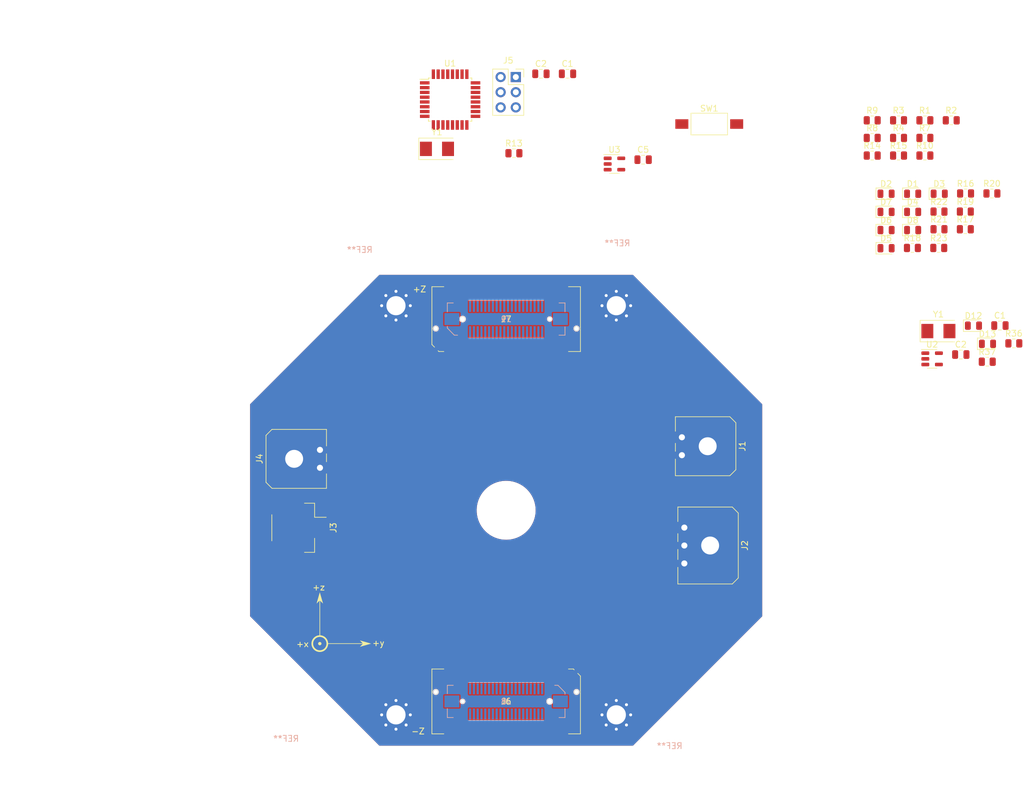
<source format=kicad_pcb>
(kicad_pcb (version 20211014) (generator pcbnew)
  (title_block (title "TARS MK4 Template") (date "2022-12-03") (rev "4.0") (company "Illinois Space Society") (comment 4 "Contributors: Peter Giannetos, Eisha Peyyeti, Danny Guller, Rishi Patel"))
  (layers (0 "F.Cu" signal) (31 "B.Cu" signal) (34 "B.Paste" user) (35 "F.Paste" user) (36 "B.SilkS" user "B.Silkscreen") (37 "F.SilkS" user "F.Silkscreen") (38 "B.Mask" user) (39 "F.Mask" user) (44 "Edge.Cuts" user))
  (net 0 "")
  (net 1 "/B2B_SERVO_PWM_Signal")
  (net 2 "Net-(C5-Pad1)")
  (net 3 "Net-(D1-Pad2)")
  (net 4 "Net-(D2-Pad2)")
  (net 5 "Net-(D3-Pad2)")
  (net 6 "Net-(D4-Pad2)")
  (net 7 "Net-(D5-Pad2)")
  (net 8 "Net-(D6-Pad2)")
  (net 9 "Net-(D7-Pad2)")
  (net 10 "Net-(D8-Pad2)")
  (net 11 "Net-(D12-Pad1)")
  (net 12 "/LED_GREEN")
  (net 13 "Net-(D13-Pad1)")
  (net 14 "/LED_ORANGE")
  (net 15 "Net-(J1-Pad1)")
  (net 16 "/CURRENT_SENSE_N")
  (net 17 "/B2B_UART_TX_PMB")
  (net 18 "/B2B_UART_TX_TELEM")
  (net 19 "/B2B_UART_RX_TELEM")
  (net 20 "/B2B_UART_RX_PMB")
  (net 21 "/TEENSY_GPIO_1")
  (net 22 "/TEENSY_GPIO_2")
  (net 23 "/TEENSY_GPIO_3")
  (net 24 "Net-(C1-Pad1)")
  (net 25 "/3V3")
  (net 26 "/B2B_SPI_SCK")
  (net 27 "/B2B_SPI_MOSI")
  (net 28 "/B2B_I2C_SDA")
  (net 29 "/B2B_I2C_SCL")
  (net 30 "/Teensy_3V3")
  (net 31 "/B2B_SERVO_PWM")
  (net 32 "/B2B_SPI_MISO")
  (net 33 "/RESERVED_1")
  (net 34 "/RESERVED_2")
  (net 35 "/RESERVED_3")
  (net 36 "/5V")
  (net 37 "/RESERVED_4")
  (net 38 "/TEENSY_GPIO_4")
  (net 39 "/TEENSY_GPIO_5")
  (net 49 "Net-(R11-Pad1)")
  (net 50 "Net-(R12-Pad1)")
  (net 51 "/CURRENTSENSE_OUT")
  (net 52 "/CURRENT_SENSE_P")
  (net 53 "/6V")
  (net 54 "GND")
  (net 55 "Net-(C2-Pad1)")
  (net 56 "/AVR_MISO")
  (net 57 "/AVR_SCK")
  (net 58 "/AVR_MOSI")
  (net 59 "/AVR_RST")
  (net 60 "/ATmega_5V")
  (net 61 "/3V3_EN")
  (net 62 "/5V_EN")
  (net 63 "/REG_5V_MONITOR")
  (net 64 "/MCU_5V_MONITOR")
  (net 65 "/6V_EN")
  (net 66 "/VBAT_MONITOR")
  (net 67 "/3V3_MONITOR")
  (net 68 "/6V_MONITOR")
  (footprint "Resistor_SMD:R_0805_2012Metric" (layer "F.Cu") (at 172.46 52.955)
    (fp_text reference "R21" (at 0 -1.65) (layer "F.SilkS"))
    (fp_text value "470")
    (pad "1" smd roundrect locked (at -0.9125 0) (size 1.025 1.4) (layers "F.Cu" "F.Paste" "F.Mask") (roundrect_rratio 0.243902) (net 36 "/5V"))
    (pad "2" smd roundrect locked (at 0.9125 0) (size 1.025 1.4) (layers "F.Cu" "F.Paste" "F.Mask") (roundrect_rratio 0.243902) (net 8 "Net-(D6-Pad2)"))
  )
  (footprint "Capacitor_SMD:C_0805_2012Metric" (layer "F.Cu") (at 182.66 69.08)
    (fp_text reference "C1" (at 0 -1.68) (layer "F.SilkS"))
    (fp_text value "LOAD_C")
    (pad "1" smd roundrect locked (at -0.95 0) (size 1 1.45) (layers "F.Cu" "F.Paste" "F.Mask") (net 24 "Net-(C1-Pad1)"))
    (pad "2" smd roundrect locked (at 0.95 0) (size 1 1.45) (layers "F.Cu" "F.Paste" "F.Mask") (net 54 "GND"))
  )
  (footprint "Connector_PinSocket_2.54mm:PinSocket_2x03_P2.54mm_Vertical" (layer "F.Cu") (at 101.62 27.475)
    (fp_text reference "J5" (at -1.27 -2.77) (layer "F.SilkS"))
    (fp_text value "AVRISP")
    (pad "1" thru_hole rect locked (at 0 0) (size 1.7 1.7) (drill 1) (layers *.Cu *.Mask) (net 56 "/AVR_MISO"))
    (pad "2" thru_hole oval locked (at -2.54 0) (size 1.7 1.7) (drill 1) (layers *.Cu *.Mask) (net 60 "/ATmega_5V"))
    (pad "3" thru_hole oval locked (at 0 2.54) (size 1.7 1.7) (drill 1) (layers *.Cu *.Mask) (net 57 "/AVR_SCK"))
    (pad "4" thru_hole oval locked (at -2.54 2.54) (size 1.7 1.7) (drill 1) (layers *.Cu *.Mask) (net 58 "/AVR_MOSI"))
    (pad "5" thru_hole oval locked (at 0 5.08) (size 1.7 1.7) (drill 1) (layers *.Cu *.Mask) (net 59 "/AVR_RST"))
    (pad "6" thru_hole oval locked (at -2.54 5.08) (size 1.7 1.7) (drill 1) (layers *.Cu *.Mask) (net 54 "GND"))
  )
  (footprint "memes:axes" (layer "F.Cu") (at 72.4 118.72)
    (fp_text reference "G***" hide)
    (fp_text value "LOGO" hide)
  )
  (footprint "Resistor_SMD:R_0805_2012Metric" (layer "F.Cu") (at 101.3 40.23)
    (fp_text reference "R13" (at 0 -1.65) (layer "F.SilkS"))
    (fp_text value "10k")
    (pad "1" smd roundrect locked (at -0.9125 0) (size 1.025 1.4) (layers "F.Cu" "F.Paste" "F.Mask") (roundrect_rratio 0.243902) (net 60 "/ATmega_5V"))
    (pad "2" smd roundrect locked (at 0.9125 0) (size 1.025 1.4) (layers "F.Cu" "F.Paste" "F.Mask") (roundrect_rratio 0.243902) (net 59 "/AVR_RST"))
  )
  (footprint "Capacitor_SMD:C_0805_2012Metric" (layer "F.Cu") (at 122.93 41.31)
    (fp_text reference "C5" (at 0 -1.68) (layer "F.SilkS"))
    (fp_text value "0.1uF")
    (pad "1" smd roundrect locked (at -0.95 0) (size 1 1.45) (layers "F.Cu" "F.Paste" "F.Mask") (net 2 "Net-(C5-Pad1)"))
    (pad "2" smd roundrect locked (at 0.95 0) (size 1 1.45) (layers "F.Cu" "F.Paste" "F.Mask") (net 54 "GND"))
  )
  (footprint "Button_Switch_SMD:SW_SPST_FSMSM" (layer "F.Cu") (at 134 35.34)
    (fp_text reference "SW1" (at 0 -2.6) (layer "F.SilkS"))
    (fp_text value "SW_Push")
    (pad "1" smd rect locked (at -4.59 0) (size 2.18 1.6) (layers "F.Cu" "F.Paste" "F.Mask") (net 59 "/AVR_RST"))
    (pad "2" smd rect locked (at 4.59 0) (size 2.18 1.6) (layers "F.Cu" "F.Paste" "F.Mask") (net 54 "GND"))
  )
  (footprint "Resistor_SMD:R_0805_2012Metric" (layer "F.Cu") (at 184.99 72.06)
    (fp_text reference "R36" (at 0 -1.65) (layer "F.SilkS"))
    (fp_text value "150")
    (pad "1" smd roundrect locked (at -0.9125 0) (size 1.025 1.4) (layers "F.Cu" "F.Paste" "F.Mask") (roundrect_rratio 0.243902) (net 11 "Net-(D12-Pad1)"))
    (pad "2" smd roundrect locked (at 0.9125 0) (size 1.025 1.4) (layers "F.Cu" "F.Paste" "F.Mask") (roundrect_rratio 0.243902) (net 54 "GND"))
  )
  (footprint "Resistor_SMD:R_0805_2012Metric" (layer "F.Cu") (at 174.51 34.72)
    (fp_text reference "R2" (at 0 -1.65) (layer "F.SilkS"))
    (fp_text value "100k")
    (pad "1" smd roundrect locked (at -0.9125 0) (size 1.025 1.4) (layers "F.Cu" "F.Paste" "F.Mask") (roundrect_rratio 0.243902) (net 66 "/VBAT_MONITOR"))
    (pad "2" smd roundrect locked (at 0.9125 0) (size 1.025 1.4) (layers "F.Cu" "F.Paste" "F.Mask") (roundrect_rratio 0.243902) (net 54 "GND"))
  )
  (footprint "LED_SMD:LED_0805_2012Metric" (layer "F.Cu") (at 180.58 72.135)
    (fp_text reference "D13" (at 0 -1.65) (layer "F.SilkS"))
    (fp_text value "ORANGE")
    (pad "1" smd roundrect locked (at -0.9375 0) (size 0.975 1.4) (layers "F.Cu" "F.Paste" "F.Mask") (net 13 "Net-(D13-Pad1)"))
    (pad "2" smd roundrect locked (at 0.9375 0) (size 0.975 1.4) (layers "F.Cu" "F.Paste" "F.Mask") (net 14 "/LED_ORANGE"))
  )
  (footprint "Resistor_SMD:R_0805_2012Metric" (layer "F.Cu") (at 170.1 34.72)
    (fp_text reference "R1" (at 0 -1.65) (layer "F.SilkS"))
    (fp_text value "100k")
    (pad "1" smd roundrect locked (at -0.9125 0) (size 1.025 1.4) (layers "F.Cu" "F.Paste" "F.Mask") (roundrect_rratio 0.243902) (net 16 "/CURRENT_SENSE_N"))
    (pad "2" smd roundrect locked (at 0.9125 0) (size 1.025 1.4) (layers "F.Cu" "F.Paste" "F.Mask") (roundrect_rratio 0.243902) (net 66 "/VBAT_MONITOR"))
  )
  (footprint "Connector_Molex_BTB:Molex_SlimStack_2091680401_2x20_P0.635mm" (layer "F.Cu") (at 100 68 180)
    (fp_text reference "J7" (at 0 0 unlocked) (layer "F.SilkS"))
    (fp_text value "Molex_SlimStack_2091680401_2x20_P0.635mm")
    (fp_circle (center -11.78 -1.58) (end -11.38 -1.58) (layer "Edge.Cuts") (width 0.12) (fill none))
    (fp_circle (center 11.78 -1.58) (end 12.18 -1.58) (layer "Edge.Cuts") (width 0.12) (fill none))
    (pad "1" smd rect locked (at 6.0325 -4.375 270) (size 2.1 0.4) (layers "F.Cu" "F.Paste" "F.Mask") (net 54 "GND"))
    (pad "2" smd rect locked (at 5.3975 -4.375 270) (size 2.1 0.4) (layers "F.Cu" "F.Paste" "F.Mask") (net 54 "GND"))
    (pad "3" smd rect locked (at 4.7625 -4.375 270) (size 2.1 0.4) (layers "F.Cu" "F.Paste" "F.Mask") (net 31 "/B2B_SERVO_PWM"))
    (pad "4" smd rect locked (at 4.1275 -4.375 270) (size 2.1 0.4) (layers "F.Cu" "F.Paste" "F.Mask") (net 54 "GND"))
    (pad "5" smd rect locked (at 3.4925 -4.375 270) (size 2.1 0.4) (layers "F.Cu" "F.Paste" "F.Mask") (net 54 "GND"))
    (pad "6" smd rect locked (at 2.8575 -4.375 270) (size 2.1 0.4) (layers "F.Cu" "F.Paste" "F.Mask") (net 16 "/CURRENT_SENSE_N"))
    (pad "7" smd rect locked (at 2.2225 -4.375 270) (size 2.1 0.4) (layers "F.Cu" "F.Paste" "F.Mask") (net 16 "/CURRENT_SENSE_N"))
    (pad "8" smd rect locked (at 1.5875 -4.375 270) (size 2.1 0.4) (layers "F.Cu" "F.Paste" "F.Mask") (net 54 "GND"))
    (pad "9" smd rect locked (at 0.9525 -4.375 270) (size 2.1 0.4) (layers "F.Cu" "F.Paste" "F.Mask") (net 54 "GND"))
    (pad "10" smd rect locked (at 0.3175 -4.375 270) (size 2.1 0.4) (layers "F.Cu" "F.Paste" "F.Mask") (net 33 "/RESERVED_1"))
    (pad "11" smd rect locked (at -0.3175 -4.375 270) (size 2.1 0.4) (layers "F.Cu" "F.Paste" "F.Mask") (net 54 "GND"))
    (pad "12" smd rect locked (at -0.9525 -4.375 270) (size 2.1 0.4) (layers "F.Cu" "F.Paste" "F.Mask") (net 34 "/RESERVED_2"))
    (pad "13" smd rect locked (at -1.5875 -4.375 270) (size 2.1 0.4) (layers "F.Cu" "F.Paste" "F.Mask") (net 54 "GND"))
    (pad "14" smd rect locked (at -2.2225 -4.375 270) (size 2.1 0.4) (layers "F.Cu" "F.Paste" "F.Mask") (net 35 "/RESERVED_3"))
    (pad "15" smd rect locked (at -2.8575 -4.375 270) (size 2.1 0.4) (layers "F.Cu" "F.Paste" "F.Mask") (net 54 "GND"))
    (pad "16" smd rect locked (at -3.4925 -4.375 270) (size 2.1 0.4) (layers "F.Cu" "F.Paste" "F.Mask") (net 54 "GND"))
    (pad "17" smd rect locked (at -4.1275 -4.375 270) (size 2.1 0.4) (layers "F.Cu" "F.Paste" "F.Mask") (net 17 "/B2B_UART_TX_PMB"))
    (pad "18" smd rect locked (at -4.7625 -4.375 270) (size 2.1 0.4) (layers "F.Cu" "F.Paste" "F.Mask") (net 54 "GND"))
    (pad "19" smd rect locked (at -5.3975 -4.375 270) (size 2.1 0.4) (layers "F.Cu" "F.Paste" "F.Mask") (net 54 "GND"))
    (pad "20" smd rect locked (at -6.0325 -4.375 270) (size 2.1 0.4) (layers "F.Cu" "F.Paste" "F.Mask") (net 20 "/B2B_UART_RX_PMB"))
    (pad "21" smd rect locked (at -6.0325 4.375 270) (size 2.1 0.4) (layers "F.Cu" "F.Paste" "F.Mask") (net 54 "GND"))
    (pad "22" smd rect locked (at -5.3975 4.375 270) (size 2.1 0.4) (layers "F.Cu" "F.Paste" "F.Mask") (net 54 "GND"))
    (pad "23" smd rect locked (at -4.7625 4.375 270) (size 2.1 0.4) (layers "F.Cu" "F.Paste" "F.Mask") (net 54 "GND"))
    (pad "24" smd rect locked (at -4.1275 4.375 270) (size 2.1 0.4) (layers "F.Cu" "F.Paste" "F.Mask") (net 25 "/3V3"))
    (pad "25" smd rect locked (at -3.4925 4.375 270) (size 2.1 0.4) (layers "F.Cu" "F.Paste" "F.Mask") (net 25 "/3V3"))
    (pad "26" smd rect locked (at -2.8575 4.375 270) (size 2.1 0.4) (layers "F.Cu" "F.Paste" "F.Mask") (net 25 "/3V3"))
    (pad "27" smd rect locked (at -2.2225 4.375 270) (size 2.1 0.4) (layers "F.Cu" "F.Paste" "F.Mask") (net 25 "/3V3"))
    (pad "28" smd rect locked (at -1.5875 4.375 270) (size 2.1 0.4) (layers "F.Cu" "F.Paste" "F.Mask") (net 25 "/3V3"))
    (pad "29" smd rect locked (at -0.9525 4.375 270) (size 2.1 0.4) (layers "F.Cu" "F.Paste" "F.Mask") (net 25 "/3V3"))
    (pad "30" smd rect locked (at -0.3175 4.375 270) (size 2.1 0.4) (layers "F.Cu" "F.Paste" "F.Mask") (net 25 "/3V3"))
    (pad "31" smd rect locked (at 0.3175 4.375 270) (size 2.1 0.4) (layers "F.Cu" "F.Paste" "F.Mask") (net 25 "/3V3"))
    (pad "32" smd rect locked (at 0.9525 4.375 270) (size 2.1 0.4) (layers "F.Cu" "F.Paste" "F.Mask") (net 54 "GND"))
    (pad "33" smd rect locked (at 1.5875 4.375 270) (size 2.1 0.4) (layers "F.Cu" "F.Paste" "F.Mask") (net 54 "GND"))
    (pad "34" smd rect locked (at 2.2225 4.375 270) (size 2.1 0.4) (layers "F.Cu" "F.Paste" "F.Mask") (net 54 "GND"))
    (pad "35" smd rect locked (at 2.8575 4.375 270) (size 2.1 0.4) (layers "F.Cu" "F.Paste" "F.Mask") (net 54 "GND"))
    (pad "36" smd rect locked (at 3.4925 4.375 270) (size 2.1 0.4) (layers "F.Cu" "F.Paste" "F.Mask") (net 37 "/RESERVED_4"))
    (pad "37" smd rect locked (at 4.1275 4.375 270) (size 2.1 0.4) (layers "F.Cu" "F.Paste" "F.Mask") (net 54 "GND"))
    (pad "38" smd rect locked (at 4.7625 4.375 270) (size 2.1 0.4) (layers "F.Cu" "F.Paste" "F.Mask") (net 38 "/TEENSY_GPIO_4"))
    (pad "39" smd rect locked (at 5.3975 4.375 270) (size 2.1 0.4) (layers "F.Cu" "F.Paste" "F.Mask") (net 54 "GND"))
    (pad "40" smd rect locked (at 6.0325 4.375 270) (size 2.1 0.4) (layers "F.Cu" "F.Paste" "F.Mask") (net 39 "/TEENSY_GPIO_5"))
    (pad "GND" smd rect locked (at 10.53 4.225 180) (size 2.4 1.8) (layers "F.Cu" "F.Paste" "F.Mask"))
    (pad "GND" smd rect locked (at -10.53 -4.225 180) (size 2.4 1.8) (layers "F.Cu" "F.Paste" "F.Mask"))
    (pad "GND" smd rect locked (at 10.53 -4.225 180) (size 2.4 1.8) (layers "F.Cu" "F.Paste" "F.Mask"))
    (pad "GND" smd rect locked (at -10.53 4.225 180) (size 2.4 1.8) (layers "F.Cu" "F.Paste" "F.Mask"))
  )
  (footprint "Resistor_SMD:R_0805_2012Metric" (layer "F.Cu") (at 168.01 56.085)
    (fp_text reference "R18" (at 0 -1.65) (layer "F.SilkS"))
    (fp_text value "470")
    (pad "1" smd roundrect locked (at -0.9125 0) (size 1.025 1.4) (layers "F.Cu" "F.Paste" "F.Mask") (roundrect_rratio 0.243902) (net 62 "/5V_EN"))
    (pad "2" smd roundrect locked (at 0.9125 0) (size 1.025 1.4) (layers "F.Cu" "F.Paste" "F.Mask") (roundrect_rratio 0.243902) (net 5 "Net-(D3-Pad2)"))
  )
  (footprint "Resistor_SMD:R_0805_2012Metric" (layer "F.Cu") (at 176.91 46.965)
    (fp_text reference "R16" (at 0 -1.65) (layer "F.SilkS"))
    (fp_text value "470")
    (pad "1" smd roundrect locked (at -0.9125 0) (size 1.025 1.4) (layers "F.Cu" "F.Paste" "F.Mask") (roundrect_rratio 0.243902) (net 57 "/AVR_SCK"))
    (pad "2" smd roundrect locked (at 0.9125 0) (size 1.025 1.4) (layers "F.Cu" "F.Paste" "F.Mask") (roundrect_rratio 0.243902) (net 3 "Net-(D1-Pad2)"))
  )
  (footprint "Package_TO_SOT_SMD:SOT-23-5" (layer "F.Cu") (at 118.13 42.03)
    (fp_text reference "U3" (at 0 -2.4) (layer "F.SilkS"))
    (fp_text value "LK112M50TR")
    (pad "1" smd roundrect locked (at -1.1375 -0.95) (size 1.325 0.6) (layers "F.Cu" "F.Paste" "F.Mask") (net 16 "/CURRENT_SENSE_N"))
    (pad "2" smd roundrect locked (at -1.1375 0) (size 1.325 0.6) (layers "F.Cu" "F.Paste" "F.Mask") (net 54 "GND"))
    (pad "3" smd roundrect locked (at -1.1375 0.95) (size 1.325 0.6) (layers "F.Cu" "F.Paste" "F.Mask") (net 2 "Net-(C5-Pad1)"))
    (pad "4" smd roundrect locked (at 1.1375 0.95) (size 1.325 0.6) (layers "F.Cu" "F.Paste" "F.Mask") (net 60 "/ATmega_5V"))
    (pad "5" smd roundrect locked (at 1.1375 -0.95) (size 1.325 0.6) (layers "F.Cu" "F.Paste" "F.Mask") (net 16 "/CURRENT_SENSE_N"))
  )
  (footprint "Resistor_SMD:R_0805_2012Metric" (layer "F.Cu") (at 165.69 40.62)
    (fp_text reference "R15" (at 0 -1.65) (layer "F.SilkS"))
    (fp_text value "100k")
    (pad "1" smd roundrect locked (at -0.9125 0) (size 1.025 1.4) (layers "F.Cu" "F.Paste" "F.Mask") (roundrect_rratio 0.243902) (net 68 "/6V_MONITOR"))
    (pad "2" smd roundrect locked (at 0.9125 0) (size 1.025 1.4) (layers "F.Cu" "F.Paste" "F.Mask") (roundrect_rratio 0.243902) (net 54 "GND"))
  )
  (footprint "LED_SMD:LED_0805_2012Metric" (layer "F.Cu") (at 172.5 47.01)
    (fp_text reference "D3" (at 0 -1.65) (layer "F.SilkS"))
    (fp_text value "LED")
    (pad "1" smd roundrect locked (at -0.9375 0) (size 0.975 1.4) (layers "F.Cu" "F.Paste" "F.Mask") (net 54 "GND"))
    (pad "2" smd roundrect locked (at 0.9375 0) (size 0.975 1.4) (layers "F.Cu" "F.Paste" "F.Mask") (net 5 "Net-(D3-Pad2)"))
  )
  (footprint "LED_SMD:LED_0805_2012Metric" (layer "F.Cu") (at 163.6 53.09)
    (fp_text reference "D6" (at 0 -1.65) (layer "F.SilkS"))
    (fp_text value "LED")
    (pad "1" smd roundrect locked (at -0.9375 0) (size 0.975 1.4) (layers "F.Cu" "F.Paste" "F.Mask") (net 54 "GND"))
    (pad "2" smd roundrect locked (at 0.9375 0) (size 0.975 1.4) (layers "F.Cu" "F.Paste" "F.Mask") (net 8 "Net-(D6-Pad2)"))
  )
  (footprint "Crystal:Crystal_SMD_5032-2Pin_5.0x3.2mm" (layer "F.Cu") (at 88.42 39.5)
    (fp_text reference "Y1" (at 0 -2.8) (layer "F.SilkS"))
    (fp_text value "?Mhz")
    (pad "1" smd rect locked (at -1.85 0) (size 2 2.4) (layers "F.Cu" "F.Paste" "F.Mask") (net 24 "Net-(C1-Pad1)"))
    (pad "2" smd rect locked (at 1.85 0) (size 2 2.4) (layers "F.Cu" "F.Paste" "F.Mask") (net 55 "Net-(C2-Pad1)"))
  )
  (footprint "Resistor_SMD:R_0805_2012Metric" (layer "F.Cu") (at 176.87 50.005)
    (fp_text reference "R19" (at 0 -1.65) (layer "F.SilkS"))
    (fp_text value "470")
    (pad "1" smd roundrect locked (at -0.9125 0) (size 1.025 1.4) (layers "F.Cu" "F.Paste" "F.Mask") (roundrect_rratio 0.243902) (net 65 "/6V_EN"))
    (pad "2" smd roundrect locked (at 0.9125 0) (size 1.025 1.4) (layers "F.Cu" "F.Paste" "F.Mask") (roundrect_rratio 0.243902) (net 6 "Net-(D4-Pad2)"))
  )
  (footprint "Capacitor_SMD:C_0805_2012Metric" (layer "F.Cu") (at 105.82 26.93)
    (fp_text reference "C2" (at 0 -1.68) (layer "F.SilkS"))
    (fp_text value "LOAD_C")
    (pad "1" smd roundrect locked (at -0.95 0) (size 1 1.45) (layers "F.Cu" "F.Paste" "F.Mask") (net 55 "Net-(C2-Pad1)"))
    (pad "2" smd roundrect locked (at 0.95 0) (size 1 1.45) (layers "F.Cu" "F.Paste" "F.Mask") (net 54 "GND"))
  )
  (footprint "Resistor_SMD:R_0805_2012Metric" (layer "F.Cu") (at 172.42 56.085)
    (fp_text reference "R23" (at 0 -1.65) (layer "F.SilkS"))
    (fp_text value "470")
    (pad "1" smd roundrect locked (at -0.9125 0) (size 1.025 1.4) (layers "F.Cu" "F.Paste" "F.Mask") (roundrect_rratio 0.243902) (net 53 "/6V"))
    (pad "2" smd roundrect locked (at 0.9125 0) (size 1.025 1.4) (layers "F.Cu" "F.Paste" "F.Mask") (roundrect_rratio 0.243902) (net 10 "Net-(D8-Pad2)"))
  )
  (footprint "LED_SMD:LED_0805_2012Metric" (layer "F.Cu") (at 168.05 53.09)
    (fp_text reference "D8" (at 0 -1.65) (layer "F.SilkS"))
    (fp_text value "LED")
    (pad "1" smd roundrect locked (at -0.9375 0) (size 0.975 1.4) (layers "F.Cu" "F.Paste" "F.Mask") (net 54 "GND"))
    (pad "2" smd roundrect locked (at 0.9375 0) (size 0.975 1.4) (layers "F.Cu" "F.Paste" "F.Mask") (net 10 "Net-(D8-Pad2)"))
  )
  (footprint "Connector_Molex:Molex_Micro-Fit_3.0_43650-0200_1x02_P3.00mm_Horizontal" (layer "F.Cu") (at 68.83 92.89 90)
    (fp_text reference "J4" (at 1.5 -10.12 90) (layer "F.SilkS"))
    (fp_text value "Molex Micro-Fit 436500200")
    (pad "" np_thru_hole circle locked (at 1.5 -4.32 90) (size 3 3) (drill 3) (layers *.Cu *.Mask))
    (pad "1" thru_hole roundrect locked (at 0 0 90) (size 1.5 2.02) (drill 1.02) (layers *.Cu *.Mask) (roundrect_rratio 0.166667) (net 15 "Net-(J1-Pad1)"))
    (pad "2" thru_hole oval locked (at 3 0 90) (size 1.5 2.02) (drill 1.02) (layers *.Cu *.Mask) (net 54 "GND"))
  )
  (footprint "Package_QFP:TQFP-32_7x7mm_P0.8mm" (layer "F.Cu") (at 90.62 31.25)
    (fp_text reference "U1" (at 0 -6.05) (layer "F.SilkS"))
    (fp_text value "ATmega328P-A")
    (pad "1" smd rect locked (at -4.25 -2.8) (size 1.6 0.55) (layers "F.Cu" "F.Paste" "F.Mask") (net 61 "/3V3_EN"))
    (pad "2" smd rect locked (at -4.25 -2) (size 1.6 0.55) (layers "F.Cu" "F.Paste" "F.Mask") (net 62 "/5V_EN"))
    (pad "3" smd rect locked (at -4.25 -1.2) (size 1.6 0.55) (layers "F.Cu" "F.Paste" "F.Mask") (net 54 "GND"))
    (pad "4" smd rect locked (at -4.25 -0.4) (size 1.6 0.55) (layers "F.Cu" "F.Paste" "F.Mask") (net 60 "/ATmega_5V"))
    (pad "5" smd rect locked (at -4.25 0.4) (size 1.6 0.55) (layers "F.Cu" "F.Paste" "F.Mask") (net 54 "GND"))
    (pad "6" smd rect locked (at -4.25 1.2) (size 1.6 0.55) (layers "F.Cu" "F.Paste" "F.Mask") (net 60 "/ATmega_5V"))
    (pad "7" smd rect locked (at -4.25 2) (size 1.6 0.55) (layers "F.Cu" "F.Paste" "F.Mask") (net 55 "Net-(C2-Pad1)"))
    (pad "8" smd rect locked (at -4.25 2.8) (size 1.6 0.55) (layers "F.Cu" "F.Paste" "F.Mask") (net 24 "Net-(C1-Pad1)"))
    (pad "9" smd rect locked (at -2.8 4.25 90) (size 1.6 0.55) (layers "F.Cu" "F.Paste" "F.Mask") (net 65 "/6V_EN"))
    (pad "10" smd rect locked (at -2 4.25 90) (size 1.6 0.55) (layers "F.Cu" "F.Paste" "F.Mask"))
    (pad "11" smd rect locked (at -1.2 4.25 90) (size 1.6 0.55) (layers "F.Cu" "F.Paste" "F.Mask"))
    (pad "12" smd rect locked (at -0.4 4.25 90) (size 1.6 0.55) (layers "F.Cu" "F.Paste" "F.Mask") (net 12 "/LED_GREEN"))
    (pad "13" smd rect locked (at 0.4 4.25 90) (size 1.6 0.55) (layers "F.Cu" "F.Paste" "F.Mask") (net 14 "/LED_ORANGE"))
    (pad "14" smd rect locked (at 1.2 4.25 90) (size 1.6 0.55) (layers "F.Cu" "F.Paste" "F.Mask"))
    (pad "15" smd rect locked (at 2 4.25 90) (size 1.6 0.55) (layers "F.Cu" "F.Paste" "F.Mask") (net 58 "/AVR_MOSI"))
    (pad "16" smd rect locked (at 2.8 4.25 90) (size 1.6 0.55) (layers "F.Cu" "F.Paste" "F.Mask") (net 56 "/AVR_MISO"))
    (pad "17" smd rect locked (at 4.25 2.8) (size 1.6 0.55) (layers "F.Cu" "F.Paste" "F.Mask") (net 57 "/AVR_SCK"))
    (pad "18" smd rect locked (at 4.25 2) (size 1.6 0.55) (layers "F.Cu" "F.Paste" "F.Mask") (net 60 "/ATmega_5V"))
    (pad "19" smd rect locked (at 4.25 1.2) (size 1.6 0.55) (layers "F.Cu" "F.Paste" "F.Mask"))
    (pad "20" smd rect locked (at 4.25 0.4) (size 1.6 0.55) (layers "F.Cu" "F.Paste" "F.Mask") (net 60 "/ATmega_5V"))
    (pad "21" smd rect locked (at 4.25 -0.4) (size 1.6 0.55) (layers "F.Cu" "F.Paste" "F.Mask") (net 54 "GND"))
    (pad "22" smd rect locked (at 4.25 -1.2) (size 1.6 0.55) (layers "F.Cu" "F.Paste" "F.Mask"))
    (pad "23" smd rect locked (at 4.25 -2) (size 1.6 0.55) (layers "F.Cu" "F.Paste" "F.Mask") (net 66 "/VBAT_MONITOR"))
    (pad "24" smd rect locked (at 4.25 -2.8) (size 1.6 0.55) (layers "F.Cu" "F.Paste" "F.Mask") (net 67 "/3V3_MONITOR"))
    (pad "25" smd rect locked (at 2.8 -4.25 90) (size 1.6 0.55) (layers "F.Cu" "F.Paste" "F.Mask") (net 63 "/REG_5V_MONITOR"))
    (pad "26" smd rect locked (at 2 -4.25 90) (size 1.6 0.55) (layers "F.Cu" "F.Paste" "F.Mask") (net 64 "/MCU_5V_MONITOR"))
    (pad "27" smd rect locked (at 1.2 -4.25 90) (size 1.6 0.55) (layers "F.Cu" "F.Paste" "F.Mask") (net 68 "/6V_MONITOR"))
    (pad "28" smd rect locked (at 0.4 -4.25 90) (size 1.6 0.55) (layers "F.Cu" "F.Paste" "F.Mask"))
    (pad "29" smd rect locked (at -0.4 -4.25 90) (size 1.6 0.55) (layers "F.Cu" "F.Paste" "F.Mask") (net 59 "/AVR_RST"))
    (pad "30" smd rect locked (at -1.2 -4.25 90) (size 1.6 0.55) (layers "F.Cu" "F.Paste" "F.Mask") (net 17 "/B2B_UART_TX_PMB"))
    (pad "31" smd rect locked (at -2 -4.25 90) (size 1.6 0.55) (layers "F.Cu" "F.Paste" "F.Mask") (net 20 "/B2B_UART_RX_PMB"))
    (pad "32" smd rect locked (at -2.8 -4.25 90) (size 1.6 0.55) (layers "F.Cu" "F.Paste" "F.Mask"))
  )
  (footprint "Connector_Molex_BTB:Molex_SlimStack_2091680401_2x20_P0.635mm" (layer "F.Cu") (at 100 132)
    (fp_text reference "J6" (at 0 0 unlocked) (layer "F.SilkS"))
    (fp_text value "Molex_SlimStack_2091680401_2x20_P0.635mm")
    (fp_circle (center 11.78 -1.58) (end 12.18 -1.58) (layer "Edge.Cuts") (width 0.12) (fill none))
    (fp_circle (center -11.78 -1.58) (end -11.38 -1.58) (layer "Edge.Cuts") (width 0.12) (fill none))
    (pad "1" smd rect locked (at 6.0325 -4.375 90) (size 2.1 0.4) (layers "F.Cu" "F.Paste" "F.Mask") (net 54 "GND"))
    (pad "2" smd rect locked (at 5.3975 -4.375 90) (size 2.1 0.4) (layers "F.Cu" "F.Paste" "F.Mask") (net 26 "/B2B_SPI_SCK"))
    (pad "3" smd rect locked (at 4.7625 -4.375 90) (size 2.1 0.4) (layers "F.Cu" "F.Paste" "F.Mask") (net 54 "GND"))
    (pad "4" smd rect locked (at 4.1275 -4.375 90) (size 2.1 0.4) (layers "F.Cu" "F.Paste" "F.Mask") (net 54 "GND"))
    (pad "5" smd rect locked (at 3.4925 -4.375 90) (size 2.1 0.4) (layers "F.Cu" "F.Paste" "F.Mask") (net 27 "/B2B_SPI_MOSI"))
    (pad "6" smd rect locked (at 2.8575 -4.375 90) (size 2.1 0.4) (layers "F.Cu" "F.Paste" "F.Mask") (net 54 "GND"))
    (pad "7" smd rect locked (at 2.2225 -4.375 90) (size 2.1 0.4) (layers "F.Cu" "F.Paste" "F.Mask") (net 54 "GND"))
    (pad "8" smd rect locked (at 1.5875 -4.375 90) (size 2.1 0.4) (layers "F.Cu" "F.Paste" "F.Mask") (net 28 "/B2B_I2C_SDA"))
    (pad "9" smd rect locked (at 0.9525 -4.375 90) (size 2.1 0.4) (layers "F.Cu" "F.Paste" "F.Mask") (net 54 "GND"))
    (pad "10" smd rect locked (at 0.3175 -4.375 90) (size 2.1 0.4) (layers "F.Cu" "F.Paste" "F.Mask") (net 54 "GND"))
    (pad "11" smd rect locked (at -0.3175 -4.375 90) (size 2.1 0.4) (layers "F.Cu" "F.Paste" "F.Mask") (net 29 "/B2B_I2C_SCL"))
    (pad "12" smd rect locked (at -0.9525 -4.375 90) (size 2.1 0.4) (layers "F.Cu" "F.Paste" "F.Mask") (net 54 "GND"))
    (pad "13" smd rect locked (at -1.5875 -4.375 90) (size 2.1 0.4) (layers "F.Cu" "F.Paste" "F.Mask") (net 54 "GND"))
    (pad "14" smd rect locked (at -2.2225 -4.375 90) (size 2.1 0.4) (layers "F.Cu" "F.Paste" "F.Mask") (net 18 "/B2B_UART_TX_TELEM"))
    (pad "15" smd rect locked (at -2.8575 -4.375 90) (size 2.1 0.4) (layers "F.Cu" "F.Paste" "F.Mask") (net 54 "GND"))
    (pad "16" smd rect locked (at -3.4925 -4.375 90) (size 2.1 0.4) (layers "F.Cu" "F.Paste" "F.Mask") (net 54 "GND"))
    (pad "17" smd rect locked (at -4.1275 -4.375 90) (size 2.1 0.4) (layers "F.Cu" "F.Paste" "F.Mask") (net 19 "/B2B_UART_RX_TELEM"))
    (pad "18" smd rect locked (at -4.7625 -4.375 90) (size 2.1 0.4) (layers "F.Cu" "F.Paste" "F.Mask") (net 54 "GND"))
    (pad "19" smd rect locked (at -5.3975 -4.375 90) (size 2.1 0.4) (layers "F.Cu" "F.Paste" "F.Mask") (net 54 "GND"))
    (pad "20" smd rect locked (at -6.0325 -4.375 90) (size 2.1 0.4) (layers "F.Cu" "F.Paste" "F.Mask") (net 32 "/B2B_SPI_MISO"))
    (pad "21" smd rect locked (at -6.0325 4.375 90) (size 2.1 0.4) (layers "F.Cu" "F.Paste" "F.Mask") (net 21 "/TEENSY_GPIO_1"))
    (pad "22" smd rect locked (at -5.3975 4.375 90) (size 2.1 0.4) (layers "F.Cu" "F.Paste" "F.Mask") (net 22 "/TEENSY_GPIO_2"))
    (pad "23" smd rect locked (at -4.7625 4.375 90) (size 2.1 0.4) (layers "F.Cu" "F.Paste" "F.Mask") (net 23 "/TEENSY_GPIO_3"))
    (pad "24" smd rect locked (at -4.1275 4.375 90) (size 2.1 0.4) (layers "F.Cu" "F.Paste" "F.Mask") (net 54 "GND"))
    (pad "25" smd rect locked (at -3.4925 4.375 90) (size 2.1 0.4) (layers "F.Cu" "F.Paste" "F.Mask") (net 54 "GND"))
    (pad "26" smd rect locked (at -2.8575 4.375 90) (size 2.1 0.4) (layers "F.Cu" "F.Paste" "F.Mask") (net 54 "GND"))
    (pad "27" smd rect locked (at -2.2225 4.375 90) (size 2.1 0.4) (layers "F.Cu" "F.Paste" "F.Mask") (net 36 "/5V"))
    (pad "28" smd rect locked (at -1.5875 4.375 90) (size 2.1 0.4) (layers "F.Cu" "F.Paste" "F.Mask") (net 36 "/5V"))
    (pad "29" smd rect locked (at -0.9525 4.375 90) (size 2.1 0.4) (layers "F.Cu" "F.Paste" "F.Mask") (net 36 "/5V"))
    (pad "30" smd rect locked (at -0.3175 4.375 90) (size 2.1 0.4) (layers "F.Cu" "F.Paste" "F.Mask") (net 36 "/5V"))
    (pad "31" smd rect locked (at 0.3175 4.375 90) (size 2.1 0.4) (layers "F.Cu" "F.Paste" "F.Mask") (net 36 "/5V"))
    (pad "32" smd rect locked (at 0.9525 4.375 90) (size 2.1 0.4) (layers "F.Cu" "F.Paste" "F.Mask") (net 36 "/5V"))
    (pad "33" smd rect locked (at 1.5875 4.375 90) (size 2.1 0.4) (layers "F.Cu" "F.Paste" "F.Mask") (net 36 "/5V"))
    (pad "34" smd rect locked (at 2.2225 4.375 90) (size 2.1 0.4) (layers "F.Cu" "F.Paste" "F.Mask") (net 36 "/5V"))
    (pad "35" smd rect locked (at 2.8575 4.375 90) (size 2.1 0.4) (layers "F.Cu" "F.Paste" "F.Mask") (net 54 "GND"))
    (pad "36" smd rect locked (at 3.4925 4.375 90) (size 2.1 0.4) (layers "F.Cu" "F.Paste" "F.Mask") (net 54 "GND"))
    (pad "37" smd rect locked (at 4.1275 4.375 90) (size 2.1 0.4) (layers "F.Cu" "F.Paste" "F.Mask") (net 54 "GND"))
    (pad "38" smd rect locked (at 4.7625 4.375 90) (size 2.1 0.4) (layers "F.Cu" "F.Paste" "F.Mask") (net 30 "/Teensy_3V3"))
    (pad "39" smd rect locked (at 5.3975 4.375 90) (size 2.1 0.4) (layers "F.Cu" "F.Paste" "F.Mask") (net 30 "/Teensy_3V3"))
    (pad "40" smd rect locked (at 6.0325 4.375 90) (size 2.1 0.4) (layers "F.Cu" "F.Paste" "F.Mask") (net 30 "/Teensy_3V3"))
    (pad "GND" smd rect locked (at -10.53 -4.225) (size 2.4 1.8) (layers "F.Cu" "F.Paste" "F.Mask"))
    (pad "GND" smd rect locked (at -10.53 4.225) (size 2.4 1.8) (layers "F.Cu" "F.Paste" "F.Mask"))
    (pad "GND" smd rect locked (at 10.53 4.225) (size 2.4 1.8) (layers "F.Cu" "F.Paste" "F.Mask"))
    (pad "GND" smd rect locked (at 10.53 -4.225) (size 2.4 1.8) (layers "F.Cu" "F.Paste" "F.Mask"))
  )
  (footprint "LED_SMD:LED_0805_2012Metric" (layer "F.Cu") (at 163.6 47.01)
    (fp_text reference "D2" (at 0 -1.65) (layer "F.SilkS"))
    (fp_text value "LED")
    (pad "1" smd roundrect locked (at -0.9375 0) (size 0.975 1.4) (layers "F.Cu" "F.Paste" "F.Mask") (net 54 "GND"))
    (pad "2" smd roundrect locked (at 0.9375 0) (size 0.975 1.4) (layers "F.Cu" "F.Paste" "F.Mask") (net 4 "Net-(D2-Pad2)"))
  )
  (footprint "LED_SMD:LED_0805_2012Metric" (layer "F.Cu") (at 163.6 56.13)
    (fp_text reference "D5" (at 0 -1.65) (layer "F.SilkS"))
    (fp_text value "LED")
    (pad "1" smd roundrect locked (at -0.9375 0) (size 0.975 1.4) (layers "F.Cu" "F.Paste" "F.Mask") (net 54 "GND"))
    (pad "2" smd roundrect locked (at 0.9375 0) (size 0.975 1.4) (layers "F.Cu" "F.Paste" "F.Mask") (net 7 "Net-(D5-Pad2)"))
  )
  (footprint "Capacitor_SMD:C_0805_2012Metric" (layer "F.Cu") (at 176.11 73.93)
    (fp_text reference "C2" (at 0 -1.68) (layer "F.SilkS"))
    (fp_text value "LOAD_C")
    (pad "1" smd roundrect locked (at -0.95 0) (size 1 1.45) (layers "F.Cu" "F.Paste" "F.Mask") (net 55 "Net-(C2-Pad1)"))
    (pad "2" smd roundrect locked (at 0.95 0) (size 1 1.45) (layers "F.Cu" "F.Paste" "F.Mask") (net 54 "GND"))
  )
  (footprint "Resistor_SMD:R_0805_2012Metric" (layer "F.Cu") (at 176.87 52.955)
    (fp_text reference "R17" (at 0 -1.65) (layer "F.SilkS"))
    (fp_text value "470")
    (pad "1" smd roundrect locked (at -0.9125 0) (size 1.025 1.4) (layers "F.Cu" "F.Paste" "F.Mask") (roundrect_rratio 0.243902) (net 61 "/3V3_EN"))
    (pad "2" smd roundrect locked (at 0.9125 0) (size 1.025 1.4) (layers "F.Cu" "F.Paste" "F.Mask") (roundrect_rratio 0.243902) (net 4 "Net-(D2-Pad2)"))
  )
  (footprint "Connector_Molex:Molex_CLIK-Mate_502494-0270_1x02-1MP_P2.00mm_Horizontal" (layer "F.Cu") (at 66.03 102.93 -90)
    (fp_text reference "J3" (at 0 -5.05 90) (layer "F.SilkS"))
    (fp_text value "Molex Micro-Lock 5055780271")
    (pad "1" smd roundrect locked (at -1 -2.5 270) (size 1 2.7) (layers "F.Cu" "F.Paste" "F.Mask") (net 16 "/CURRENT_SENSE_N"))
    (pad "2" smd roundrect locked (at 1 -2.5 270) (size 1 2.7) (layers "F.Cu" "F.Paste" "F.Mask") (net 15 "Net-(J1-Pad1)"))
    (pad "MP" smd roundrect locked (at -3.35 1.95 270) (size 1.8 3.8) (layers "F.Cu" "F.Paste" "F.Mask") (roundrect_rratio 0.138889))
    (pad "MP" smd roundrect locked (at 3.35 1.95 270) (size 1.8 3.8) (layers "F.Cu" "F.Paste" "F.Mask") (roundrect_rratio 0.138889))
  )
  (footprint "Resistor_SMD:R_0805_2012Metric" (layer "F.Cu") (at 165.69 34.72)
    (fp_text reference "R3" (at 0 -1.65) (layer "F.SilkS"))
    (fp_text value "100k")
    (pad "1" smd roundrect locked (at -0.9125 0) (size 1.025 1.4) (layers "F.Cu" "F.Paste" "F.Mask") (roundrect_rratio 0.243902) (net 25 "/3V3"))
    (pad "2" smd roundrect locked (at 0.9125 0) (size 1.025 1.4) (layers "F.Cu" "F.Paste" "F.Mask") (roundrect_rratio 0.243902) (net 67 "/3V3_MONITOR"))
  )
  (footprint "Resistor_SMD:R_0805_2012Metric" (layer "F.Cu") (at 161.28 37.67)
    (fp_text reference "R8" (at 0 -1.65) (layer "F.SilkS"))
    (fp_text value "100k")
    (pad "1" smd roundrect locked (at -0.9125 0) (size 1.025 1.4) (layers "F.Cu" "F.Paste" "F.Mask") (roundrect_rratio 0.243902) (net 63 "/REG_5V_MONITOR"))
    (pad "2" smd roundrect locked (at 0.9125 0) (size 1.025 1.4) (layers "F.Cu" "F.Paste" "F.Mask") (roundrect_rratio 0.243902) (net 54 "GND"))
  )
  (footprint "Capacitor_SMD:C_0805_2012Metric" (layer "F.Cu") (at 110.27 26.93)
    (fp_text reference "C1" (at 0 -1.68) (layer "F.SilkS"))
    (fp_text value "LOAD_C")
    (pad "1" smd roundrect locked (at -0.95 0) (size 1 1.45) (layers "F.Cu" "F.Paste" "F.Mask") (net 24 "Net-(C1-Pad1)"))
    (pad "2" smd roundrect locked (at 0.95 0) (size 1 1.45) (layers "F.Cu" "F.Paste" "F.Mask") (net 54 "GND"))
  )
  (footprint "Resistor_SMD:R_0805_2012Metric" (layer "F.Cu") (at 170.1 40.62)
    (fp_text reference "R10" (at 0 -1.65) (layer "F.SilkS"))
    (fp_text value "100k")
    (pad "1" smd roundrect locked (at -0.9125 0) (size 1.025 1.4) (layers "F.Cu" "F.Paste" "F.Mask") (roundrect_rratio 0.243902) (net 64 "/MCU_5V_MONITOR"))
    (pad "2" smd roundrect locked (at 0.9125 0) (size 1.025 1.4) (layers "F.Cu" "F.Paste" "F.Mask") (roundrect_rratio 0.243902) (net 54 "GND"))
  )
  (footprint "Resistor_SMD:R_0805_2012Metric" (layer "F.Cu") (at 161.28 40.62)
    (fp_text reference "R14" (at 0 -1.65) (layer "F.SilkS"))
    (fp_text value "100k")
    (pad "1" smd roundrect locked (at -0.9125 0) (size 1.025 1.4) (layers "F.Cu" "F.Paste" "F.Mask") (roundrect_rratio 0.243902) (net 53 "/6V"))
    (pad "2" smd roundrect locked (at 0.9125 0) (size 1.025 1.4) (layers "F.Cu" "F.Paste" "F.Mask") (roundrect_rratio 0.243902) (net 68 "/6V_MONITOR"))
  )
  (footprint "Resistor_SMD:R_0805_2012Metric" (layer "F.Cu") (at 172.46 50.005)
    (fp_text reference "R22" (at 0 -1.65) (layer "F.SilkS"))
    (fp_text value "470")
    (pad "1" smd roundrect locked (at -0.9125 0) (size 1.025 1.4) (layers "F.Cu" "F.Paste" "F.Mask") (roundrect_rratio 0.243902) (net 60 "/ATmega_5V"))
    (pad "2" smd roundrect locked (at 0.9125 0) (size 1.025 1.4) (layers "F.Cu" "F.Paste" "F.Mask") (roundrect_rratio 0.243902) (net 9 "Net-(D7-Pad2)"))
  )
  (footprint "Package_TO_SOT_SMD:SOT-23-5" (layer "F.Cu") (at 171.31 74.65)
    (fp_text reference "U2" (at 0 -2.4) (layer "F.SilkS"))
    (fp_text value "LM321")
    (pad "1" smd roundrect locked (at -1.1375 -0.95) (size 1.325 0.6) (layers "F.Cu" "F.Paste" "F.Mask") (net 49 "Net-(R11-Pad1)"))
    (pad "2" smd roundrect locked (at -1.1375 0) (size 1.325 0.6) (layers "F.Cu" "F.Paste" "F.Mask") (net 54 "GND"))
    (pad "3" smd roundrect locked (at -1.1375 0.95) (size 1.325 0.6) (layers "F.Cu" "F.Paste" "F.Mask") (net 50 "Net-(R12-Pad1)"))
    (pad "4" smd roundrect locked (at 1.1375 0.95) (size 1.325 0.6) (layers "F.Cu" "F.Paste" "F.Mask") (net 51 "/CURRENTSENSE_OUT"))
    (pad "5" smd roundrect locked (at 1.1375 -0.95) (size 1.325 0.6) (layers "F.Cu" "F.Paste" "F.Mask") (net 52 "/CURRENT_SENSE_P"))
  )
  (footprint "LED_SMD:LED_0805_2012Metric" (layer "F.Cu") (at 168.05 47.01)
    (fp_text reference "D1" (at 0 -1.65) (layer "F.SilkS"))
    (fp_text value "LED")
    (pad "1" smd roundrect locked (at -0.9375 0) (size 0.975 1.4) (layers "F.Cu" "F.Paste" "F.Mask") (net 54 "GND"))
    (pad "2" smd roundrect locked (at 0.9375 0) (size 0.975 1.4) (layers "F.Cu" "F.Paste" "F.Mask") (net 3 "Net-(D1-Pad2)"))
  )
  (footprint "Resistor_SMD:R_0805_2012Metric" (layer "F.Cu") (at 181.32 46.965)
    (fp_text reference "R20" (at 0 -1.65) (layer "F.SilkS"))
    (fp_text value "470")
    (pad "1" smd roundrect locked (at -0.9125 0) (size 1.025 1.4) (layers "F.Cu" "F.Paste" "F.Mask") (roundrect_rratio 0.243902) (net 25 "/3V3"))
    (pad "2" smd roundrect locked (at 0.9125 0) (size 1.025 1.4) (layers "F.Cu" "F.Paste" "F.Mask") (roundrect_rratio 0.243902) (net 7 "Net-(D5-Pad2)"))
  )
  (footprint "Connector_Molex:Molex_Micro-Fit_3.0_43650-0300_1x03_P3.00mm_Horizontal" (layer "F.Cu") (at 129.83 102.9 -90)
    (fp_text reference "J2" (at 3 -10.12 90) (layer "F.SilkS"))
    (fp_text value "Molex Micro-Fit 436500300")
    (pad "" np_thru_hole circle locked (at 3 -4.32 270) (size 3 3) (drill 3) (layers *.Cu *.Mask))
    (pad "1" thru_hole roundrect locked (at 0 0 270) (size 1.5 2.02) (drill 1.02) (layers *.Cu *.Mask) (roundrect_rratio 0.166667) (net 53 "/6V"))
    (pad "2" thru_hole oval locked (at 3 0 270) (size 1.5 2.02) (drill 1.02) (layers *.Cu *.Mask) (net 1 "/B2B_SERVO_PWM_Signal"))
    (pad "3" thru_hole oval locked (at 6 0 270) (size 1.5 2.02) (drill 1.02) (layers *.Cu *.Mask) (net 54 "GND"))
  )
  (footprint "Resistor_SMD:R_0805_2012Metric" (layer "F.Cu") (at 161.28 34.72)
    (fp_text reference "R9" (at 0 -1.65) (layer "F.SilkS"))
    (fp_text value "100k")
    (pad "1" smd roundrect locked (at -0.9125 0) (size 1.025 1.4) (layers "F.Cu" "F.Paste" "F.Mask") (roundrect_rratio 0.243902) (net 60 "/ATmega_5V"))
    (pad "2" smd roundrect locked (at 0.9125 0) (size 1.025 1.4) (layers "F.Cu" "F.Paste" "F.Mask") (roundrect_rratio 0.243902) (net 64 "/MCU_5V_MONITOR"))
  )
  (footprint "LED_SMD:LED_0805_2012Metric" (layer "F.Cu") (at 168.05 50.05)
    (fp_text reference "D4" (at 0 -1.65) (layer "F.SilkS"))
    (fp_text value "LED")
    (pad "1" smd roundrect locked (at -0.9375 0) (size 0.975 1.4) (layers "F.Cu" "F.Paste" "F.Mask") (net 54 "GND"))
    (pad "2" smd roundrect locked (at 0.9375 0) (size 0.975 1.4) (layers "F.Cu" "F.Paste" "F.Mask") (net 6 "Net-(D4-Pad2)"))
  )
  (footprint "Connector_Molex:Molex_Micro-Fit_3.0_43650-0200_1x02_P3.00mm_Horizontal" (layer "F.Cu") (at 129.42 87.78 -90)
    (fp_text reference "J1" (at 1.5 -10.12 90) (layer "F.SilkS"))
    (fp_text value "Molex Micro-Fit 436500200")
    (pad "" np_thru_hole circle locked (at 1.5 -4.32 270) (size 3 3) (drill 3) (layers *.Cu *.Mask))
    (pad "1" thru_hole roundrect locked (at 0 0 270) (size 1.5 2.02) (drill 1.02) (layers *.Cu *.Mask) (roundrect_rratio 0.166667) (net 15 "Net-(J1-Pad1)"))
    (pad "2" thru_hole oval locked (at 3 0 270) (size 1.5 2.02) (drill 1.02) (layers *.Cu *.Mask) (net 54 "GND"))
  )
  (footprint "Resistor_SMD:R_0805_2012Metric" (layer "F.Cu") (at 170.1 37.67)
    (fp_text reference "R7" (at 0 -1.65) (layer "F.SilkS"))
    (fp_text value "100k")
    (pad "1" smd roundrect locked (at -0.9125 0) (size 1.025 1.4) (layers "F.Cu" "F.Paste" "F.Mask") (roundrect_rratio 0.243902) (net 36 "/5V"))
    (pad "2" smd roundrect locked (at 0.9125 0) (size 1.025 1.4) (layers "F.Cu" "F.Paste" "F.Mask") (roundrect_rratio 0.243902) (net 63 "/REG_5V_MONITOR"))
  )
  (footprint "Crystal:Crystal_SMD_5032-2Pin_5.0x3.2mm" (layer "F.Cu") (at 172.36 70)
    (fp_text reference "Y1" (at 0 -2.8) (layer "F.SilkS"))
    (fp_text value "8Mhz")
    (pad "1" smd rect locked (at -1.85 0) (size 2 2.4) (layers "F.Cu" "F.Paste" "F.Mask") (net 24 "Net-(C1-Pad1)"))
    (pad "2" smd rect locked (at 1.85 0) (size 2 2.4) (layers "F.Cu" "F.Paste" "F.Mask") (net 55 "Net-(C2-Pad1)"))
  )
  (footprint "Resistor_SMD:R_0805_2012Metric" (layer "F.Cu") (at 165.69 37.67)
    (fp_text reference "R4" (at 0 -1.65) (layer "F.SilkS"))
    (fp_text value "100k")
    (pad "1" smd roundrect locked (at -0.9125 0) (size 1.025 1.4) (layers "F.Cu" "F.Paste" "F.Mask") (roundrect_rratio 0.243902) (net 67 "/3V3_MONITOR"))
    (pad "2" smd roundrect locked (at 0.9125 0) (size 1.025 1.4) (layers "F.Cu" "F.Paste" "F.Mask") (roundrect_rratio 0.243902) (net 54 "GND"))
  )
  (footprint "LED_SMD:LED_0805_2012Metric" (layer "F.Cu") (at 178.23 69.095)
    (fp_text reference "D12" (at 0 -1.65) (layer "F.SilkS"))
    (fp_text value "GREEN")
    (pad "1" smd roundrect locked (at -0.9375 0) (size 0.975 1.4) (layers "F.Cu" "F.Paste" "F.Mask") (net 11 "Net-(D12-Pad1)"))
    (pad "2" smd roundrect locked (at 0.9375 0) (size 0.975 1.4) (layers "F.Cu" "F.Paste" "F.Mask") (net 12 "/LED_GREEN"))
  )
  (footprint "LED_SMD:LED_0805_2012Metric" (layer "F.Cu") (at 163.6 50.05)
    (fp_text reference "D7" (at 0 -1.65) (layer "F.SilkS"))
    (fp_text value "LED")
    (pad "1" smd roundrect locked (at -0.9375 0) (size 0.975 1.4) (layers "F.Cu" "F.Paste" "F.Mask") (net 54 "GND"))
    (pad "2" smd roundrect locked (at 0.9375 0) (size 0.975 1.4) (layers "F.Cu" "F.Paste" "F.Mask") (net 9 "Net-(D7-Pad2)"))
  )
  (footprint "Resistor_SMD:R_0805_2012Metric" (layer "F.Cu") (at 180.54 75.13)
    (fp_text reference "R37" (at 0 -1.65) (layer "F.SilkS"))
    (fp_text value "150")
    (pad "1" smd roundrect locked (at -0.9125 0) (size 1.025 1.4) (layers "F.Cu" "F.Paste" "F.Mask") (roundrect_rratio 0.243902) (net 13 "Net-(D13-Pad1)"))
    (pad "2" smd roundrect locked (at 0.9125 0) (size 1.025 1.4) (layers "F.Cu" "F.Paste" "F.Mask") (roundrect_rratio 0.243902) (net 54 "GND"))
  )
  (footprint "MountingHole:MountingHole_3.2mm_M3_Pad_Via" (layer "B.Cu") (at 118.442536 134.247282 180)
    (fp_text reference "REF**" (at -8.927464 -5.202718) (layer "B.SilkS") (effects (justify mirror)))
    (fp_text value "MountingHole_3.2mm_M3_Pad_Via")
    (pad "1" thru_hole circle locked (at -2.4 0 180) (size 0.8 0.8) (drill 0.5) (layers *.Cu *.Mask))
    (pad "1" thru_hole circle locked (at -1.697056 1.697056 180) (size 0.8 0.8) (drill 0.5) (layers *.Cu *.Mask))
    (pad "1" thru_hole circle locked (at 1.697056 1.697056 180) (size 0.8 0.8) (drill 0.5) (layers *.Cu *.Mask))
    (pad "1" thru_hole circle locked (at 1.697056 -1.697056 180) (size 0.8 0.8) (drill 0.5) (layers *.Cu *.Mask))
    (pad "1" thru_hole circle locked (at -1.697056 -1.697056 180) (size 0.8 0.8) (drill 0.5) (layers *.Cu *.Mask))
    (pad "1" thru_hole circle locked (at 0 2.4 180) (size 0.8 0.8) (drill 0.5) (layers *.Cu *.Mask))
    (pad "1" thru_hole circle locked (at 0 -2.4 180) (size 0.8 0.8) (drill 0.5) (layers *.Cu *.Mask))
    (pad "1" thru_hole circle locked (at 2.4 0 180) (size 0.8 0.8) (drill 0.5) (layers *.Cu *.Mask))
    (pad "1" thru_hole circle locked (at 0 0 180) (size 6.4 6.4) (drill 3.2) (layers *.Cu *.Mask))
  )
  (footprint "MountingHole:MountingHole_3.2mm_M3_Pad_Via" (layer "B.Cu") (at 81.557464 134.247282 180)
    (fp_text reference "REF**" (at 18.397464 -3.982718) (layer "B.SilkS") (effects (justify mirror)))
    (fp_text value "MountingHole_3.2mm_M3_Pad_Via")
    (pad "1" thru_hole circle locked (at -1.697056 -1.697056 180) (size 0.8 0.8) (drill 0.5) (layers *.Cu *.Mask))
    (pad "1" thru_hole circle locked (at -1.697056 1.697056 180) (size 0.8 0.8) (drill 0.5) (layers *.Cu *.Mask))
    (pad "1" thru_hole circle locked (at 2.4 0 180) (size 0.8 0.8) (drill 0.5) (layers *.Cu *.Mask))
    (pad "1" thru_hole circle locked (at 0 -2.4 180) (size 0.8 0.8) (drill 0.5) (layers *.Cu *.Mask))
    (pad "1" thru_hole circle locked (at 1.697056 -1.697056 180) (size 0.8 0.8) (drill 0.5) (layers *.Cu *.Mask))
    (pad "1" thru_hole circle locked (at 0 0 180) (size 6.4 6.4) (drill 3.2) (layers *.Cu *.Mask))
    (pad "1" thru_hole circle locked (at 1.697056 1.697056 180) (size 0.8 0.8) (drill 0.5) (layers *.Cu *.Mask))
    (pad "1" thru_hole circle locked (at -2.4 0 180) (size 0.8 0.8) (drill 0.5) (layers *.Cu *.Mask))
    (pad "1" thru_hole circle locked (at 0 2.4 180) (size 0.8 0.8) (drill 0.5) (layers *.Cu *.Mask))
  )
  (footprint "Connector_Molex_BTB:Molex_SlimStack_Plug_2x20_P0.365mm" (layer "B.Cu") (at 100 67.99)
    (fp_text reference "J9" (at 0 0 unlocked) (layer "B.SilkS") (effects (justify mirror)))
    (fp_text value "Molex_SlimStack_Plug_2x20_P0.365mm")
    (fp_circle (center -7.285 0) (end -6.835 0) (layer "Edge.Cuts") (width 0.1) (fill none))
    (fp_circle (center 7.285 0) (end 7.635 0) (layer "Edge.Cuts") (width 0.1) (fill none))
    (pad "1" smd rect locked (at -6.0325 2.1) (size 0.35 1.8) (layers "B.Cu" "B.Paste" "B.Mask") (net 54 "GND"))
    (pad "2" smd rect locked (at -5.3975 2.1) (size 0.35 1.8) (layers "B.Cu" "B.Paste" "B.Mask") (net 54 "GND"))
    (pad "3" smd rect locked (at -4.7625 2.1) (size 0.35 1.8) (layers "B.Cu" "B.Paste" "B.Mask") (net 31 "/B2B_SERVO_PWM"))
    (pad "4" smd rect locked (at -4.1275 2.1) (size 0.35 1.8) (layers "B.Cu" "B.Paste" "B.Mask") (net 54 "GND"))
    (pad "5" smd rect locked (at -3.4925 2.1) (size 0.35 1.8) (layers "B.Cu" "B.Paste" "B.Mask") (net 54 "GND"))
    (pad "6" smd rect locked (at -2.8575 2.1) (size 0.35 1.8) (layers "B.Cu" "B.Paste" "B.Mask") (net 16 "/CURRENT_SENSE_N"))
    (pad "7" smd rect locked (at -2.2225 2.1) (size 0.35 1.8) (layers "B.Cu" "B.Paste" "B.Mask") (net 16 "/CURRENT_SENSE_N"))
    (pad "8" smd rect locked (at -1.5875 2.1) (size 0.35 1.8) (layers "B.Cu" "B.Paste" "B.Mask") (net 54 "GND"))
    (pad "9" smd rect locked (at -0.9525 2.1) (size 0.35 1.8) (layers "B.Cu" "B.Paste" "B.Mask") (net 54 "GND"))
    (pad "10" smd rect locked (at -0.3175 2.1) (size 0.35 1.8) (layers "B.Cu" "B.Paste" "B.Mask") (net 33 "/RESERVED_1"))
    (pad "11" smd rect locked (at 0.3175 2.1) (size 0.35 1.8) (layers "B.Cu" "B.Paste" "B.Mask") (net 54 "GND"))
    (pad "12" smd rect locked (at 0.9525 2.1) (size 0.35 1.8) (layers "B.Cu" "B.Paste" "B.Mask") (net 34 "/RESERVED_2"))
    (pad "13" smd rect locked (at 1.5875 2.1) (size 0.35 1.8) (layers "B.Cu" "B.Paste" "B.Mask") (net 54 "GND"))
    (pad "14" smd rect locked (at 2.2225 2.1) (size 0.35 1.8) (layers "B.Cu" "B.Paste" "B.Mask") (net 35 "/RESERVED_3"))
    (pad "15" smd rect locked (at 2.8575 2.1) (size 0.35 1.8) (layers "B.Cu" "B.Paste" "B.Mask") (net 54 "GND"))
    (pad "16" smd rect locked (at 3.4925 2.1) (size 0.35 1.8) (layers "B.Cu" "B.Paste" "B.Mask") (net 54 "GND"))
    (pad "17" smd rect locked (at 4.1275 2.1) (size 0.35 1.8) (layers "B.Cu" "B.Paste" "B.Mask") (net 17 "/B2B_UART_TX_PMB"))
    (pad "18" smd rect locked (at 4.7625 2.1) (size 0.35 1.8) (layers "B.Cu" "B.Paste" "B.Mask") (net 54 "GND"))
    (pad "19" smd rect locked (at 5.3975 2.1) (size 0.35 1.8) (layers "B.Cu" "B.Paste" "B.Mask") (net 54 "GND"))
    (pad "20" smd rect locked (at 6.0325 2.1) (size 0.35 1.8) (layers "B.Cu" "B.Paste" "B.Mask") (net 20 "/B2B_UART_RX_PMB"))
    (pad "21" smd rect locked (at 6.0325 -2.1) (size 0.35 1.8) (layers "B.Cu" "B.Paste" "B.Mask") (net 54 "GND"))
    (pad "22" smd rect locked (at 5.3975 -2.1) (size 0.35 1.8) (layers "B.Cu" "B.Paste" "B.Mask") (net 54 "GND"))
    (pad "23" smd rect locked (at 4.7625 -2.1) (size 0.35 1.8) (layers "B.Cu" "B.Paste" "B.Mask") (net 54 "GND"))
    (pad "24" smd rect locked (at 4.1275 -2.1) (size 0.35 1.8) (layers "B.Cu" "B.Paste" "B.Mask") (net 25 "/3V3"))
    (pad "25" smd rect locked (at 3.4925 -2.1) (size 0.35 1.8) (layers "B.Cu" "B.Paste" "B.Mask") (net 25 "/3V3"))
    (pad "26" smd rect locked (at 2.8575 -2.1) (size 0.35 1.8) (layers "B.Cu" "B.Paste" "B.Mask") (net 25 "/3V3"))
    (pad "27" smd rect locked (at 2.2225 -2.1) (size 0.35 1.8) (layers "B.Cu" "B.Paste" "B.Mask") (net 25 "/3V3"))
    (pad "28" smd rect locked (at 1.5875 -2.1) (size 0.35 1.8) (layers "B.Cu" "B.Paste" "B.Mask") (net 25 "/3V3"))
    (pad "29" smd rect locked (at 0.9525 -2.1) (size 0.35 1.8) (layers "B.Cu" "B.Paste" "B.Mask") (net 25 "/3V3"))
    (pad "30" smd rect locked (at 0.3175 -2.1) (size 0.35 1.8) (layers "B.Cu" "B.Paste" "B.Mask") (net 25 "/3V3"))
    (pad "31" smd rect locked (at -0.3175 -2.1) (size 0.35 1.8) (layers "B.Cu" "B.Paste" "B.Mask") (net 25 "/3V3"))
    (pad "32" smd rect locked (at -0.9525 -2.1) (size 0.35 1.8) (layers "B.Cu" "B.Paste" "B.Mask") (net 54 "GND"))
    (pad "33" smd rect locked (at -1.5875 -2.1) (size 0.35 1.8) (layers "B.Cu" "B.Paste" "B.Mask") (net 54 "GND"))
    (pad "34" smd rect locked (at -2.2225 -2.1) (size 0.35 1.8) (layers "B.Cu" "B.Paste" "B.Mask") (net 54 "GND"))
    (pad "35" smd rect locked (at -2.8575 -2.1) (size 0.35 1.8) (layers "B.Cu" "B.Paste" "B.Mask") (net 54 "GND"))
    (pad "36" smd rect locked (at -3.4925 -2.1) (size 0.35 1.8) (layers "B.Cu" "B.Paste" "B.Mask") (net 37 "/RESERVED_4"))
    (pad "37" smd rect locked (at -4.1275 -2.1) (size 0.35 1.8) (layers "B.Cu" "B.Paste" "B.Mask") (net 54 "GND"))
    (pad "38" smd rect locked (at -4.7625 -2.1) (size 0.35 1.8) (layers "B.Cu" "B.Paste" "B.Mask") (net 38 "/TEENSY_GPIO_4"))
    (pad "39" smd rect locked (at -5.3975 -2.1) (size 0.35 1.8) (layers "B.Cu" "B.Paste" "B.Mask") (net 54 "GND"))
    (pad "40" smd rect locked (at -6.0325 -2.1) (size 0.35 1.8) (layers "B.Cu" "B.Paste" "B.Mask") (net 39 "/TEENSY_GPIO_5"))
    (pad "GND" smd rect locked (at 9.085 0) (size 2.5 2) (layers "B.Cu" "B.Paste" "B.Mask"))
    (pad "GND" smd rect locked (at -9.085 0) (size 2.5 2) (layers "B.Cu" "B.Paste" "B.Mask"))
  )
  (footprint "MountingHole:MountingHole_3.2mm_M3_Pad_Via" (layer "B.Cu") (at 81.557464 65.752718 180)
    (fp_text reference "REF**" (at 6.067464 9.362718) (layer "B.SilkS") (effects (justify mirror)))
    (fp_text value "MountingHole_3.2mm_M3_Pad_Via")
    (pad "1" thru_hole circle locked (at 0 0 180) (size 6.4 6.4) (drill 3.2) (layers *.Cu *.Mask))
    (pad "1" thru_hole circle locked (at 1.697056 -1.697056 180) (size 0.8 0.8) (drill 0.5) (layers *.Cu *.Mask))
    (pad "1" thru_hole circle locked (at -1.697056 1.697056 180) (size 0.8 0.8) (drill 0.5) (layers *.Cu *.Mask))
    (pad "1" thru_hole circle locked (at 2.4 0 180) (size 0.8 0.8) (drill 0.5) (layers *.Cu *.Mask))
    (pad "1" thru_hole circle locked (at -2.4 0 180) (size 0.8 0.8) (drill 0.5) (layers *.Cu *.Mask))
    (pad "1" thru_hole circle locked (at 0 -2.4 180) (size 0.8 0.8) (drill 0.5) (layers *.Cu *.Mask))
    (pad "1" thru_hole circle locked (at 1.697056 1.697056 180) (size 0.8 0.8) (drill 0.5) (layers *.Cu *.Mask))
    (pad "1" thru_hole circle locked (at -1.697056 -1.697056 180) (size 0.8 0.8) (drill 0.5) (layers *.Cu *.Mask))
    (pad "1" thru_hole circle locked (at 0 2.4 180) (size 0.8 0.8) (drill 0.5) (layers *.Cu *.Mask))
  )
  (footprint "MountingHole:MountingHole_3.2mm_M3_Pad_Via" (layer "B.Cu") (at 118.442536 65.752718 180)
    (fp_text reference "REF**" (at -0.177464 10.472718) (layer "B.SilkS") (effects (justify mirror)))
    (fp_text value "MountingHole_3.2mm_M3_Pad_Via")
    (pad "1" thru_hole circle locked (at -2.4 0 180) (size 0.8 0.8) (drill 0.5) (layers *.Cu *.Mask))
    (pad "1" thru_hole circle locked (at -1.697056 -1.697056 180) (size 0.8 0.8) (drill 0.5) (layers *.Cu *.Mask))
    (pad "1" thru_hole circle locked (at 1.697056 1.697056 180) (size 0.8 0.8) (drill 0.5) (layers *.Cu *.Mask))
    (pad "1" thru_hole circle locked (at 0 -2.4 180) (size 0.8 0.8) (drill 0.5) (layers *.Cu *.Mask))
    (pad "1" thru_hole circle locked (at 2.4 0 180) (size 0.8 0.8) (drill 0.5) (layers *.Cu *.Mask))
    (pad "1" thru_hole circle locked (at 1.697056 -1.697056 180) (size 0.8 0.8) (drill 0.5) (layers *.Cu *.Mask))
    (pad "1" thru_hole circle locked (at 0 2.4 180) (size 0.8 0.8) (drill 0.5) (layers *.Cu *.Mask))
    (pad "1" thru_hole circle locked (at 0 0 180) (size 6.4 6.4) (drill 3.2) (layers *.Cu *.Mask))
    (pad "1" thru_hole circle locked (at -1.697056 1.697056 180) (size 0.8 0.8) (drill 0.5) (layers *.Cu *.Mask))
  )
  (footprint "Connector_Molex_BTB:Molex_SlimStack_Plug_2x20_P0.365mm" (layer "B.Cu") (at 100 132 180)
    (fp_text reference "J8" (at 0 0 unlocked) (layer "B.SilkS") (effects (justify mirror)))
    (fp_text value "Molex_SlimStack_Plug_2x20_P0.365mm")
    (fp_circle (center -7.285 0) (end -6.835 0) (layer "Edge.Cuts") (width 0.1) (fill none))
    (fp_circle (center 7.285 0) (end 7.635 0) (layer "Edge.Cuts") (width 0.1) (fill none))
    (pad "1" smd rect locked (at -6.0325 2.1 180) (size 0.35 1.8) (layers "B.Cu" "B.Paste" "B.Mask") (net 54 "GND"))
    (pad "2" smd rect locked (at -5.3975 2.1 180) (size 0.35 1.8) (layers "B.Cu" "B.Paste" "B.Mask") (net 26 "/B2B_SPI_SCK"))
    (pad "3" smd rect locked (at -4.7625 2.1 180) (size 0.35 1.8) (layers "B.Cu" "B.Paste" "B.Mask") (net 54 "GND"))
    (pad "4" smd rect locked (at -4.1275 2.1 180) (size 0.35 1.8) (layers "B.Cu" "B.Paste" "B.Mask") (net 54 "GND"))
    (pad "5" smd rect locked (at -3.4925 2.1 180) (size 0.35 1.8) (layers "B.Cu" "B.Paste" "B.Mask") (net 27 "/B2B_SPI_MOSI"))
    (pad "6" smd rect locked (at -2.8575 2.1 180) (size 0.35 1.8) (layers "B.Cu" "B.Paste" "B.Mask") (net 54 "GND"))
    (pad "7" smd rect locked (at -2.2225 2.1 180) (size 0.35 1.8) (layers "B.Cu" "B.Paste" "B.Mask") (net 54 "GND"))
    (pad "8" smd rect locked (at -1.5875 2.1 180) (size 0.35 1.8) (layers "B.Cu" "B.Paste" "B.Mask") (net 28 "/B2B_I2C_SDA"))
    (pad "9" smd rect locked (at -0.9525 2.1 180) (size 0.35 1.8) (layers "B.Cu" "B.Paste" "B.Mask") (net 54 "GND"))
    (pad "10" smd rect locked (at -0.3175 2.1 180) (size 0.35 1.8) (layers "B.Cu" "B.Paste" "B.Mask") (net 54 "GND"))
    (pad "11" smd rect locked (at 0.3175 2.1 180) (size 0.35 1.8) (layers "B.Cu" "B.Paste" "B.Mask") (net 29 "/B2B_I2C_SCL"))
    (pad "12" smd rect locked (at 0.9525 2.1 180) (size 0.35 1.8) (layers "B.Cu" "B.Paste" "B.Mask") (net 54 "GND"))
    (pad "13" smd rect locked (at 1.5875 2.1 180) (size 0.35 1.8) (layers "B.Cu" "B.Paste" "B.Mask") (net 54 "GND"))
    (pad "14" smd rect locked (at 2.2225 2.1 180) (size 0.35 1.8) (layers "B.Cu" "B.Paste" "B.Mask"))
    (pad "15" smd rect locked (at 2.8575 2.1 180) (size 0.35 1.8) (layers "B.Cu" "B.Paste" "B.Mask") (net 54 "GND"))
    (pad "16" smd rect locked (at 3.4925 2.1 180) (size 0.35 1.8) (layers "B.Cu" "B.Paste" "B.Mask") (net 54 "GND"))
    (pad "17" smd rect locked (at 4.1275 2.1 180) (size 0.35 1.8) (layers "B.Cu" "B.Paste" "B.Mask"))
    (pad "18" smd rect locked (at 4.7625 2.1 180) (size 0.35 1.8) (layers "B.Cu" "B.Paste" "B.Mask") (net 54 "GND"))
    (pad "19" smd rect locked (at 5.3975 2.1 180) (size 0.35 1.8) (layers "B.Cu" "B.Paste" "B.Mask") (net 54 "GND"))
    (pad "20" smd rect locked (at 6.0325 2.1 180) (size 0.35 1.8) (layers "B.Cu" "B.Paste" "B.Mask") (net 32 "/B2B_SPI_MISO"))
    (pad "21" smd rect locked (at 6.0325 -2.1 180) (size 0.35 1.8) (layers "B.Cu" "B.Paste" "B.Mask") (net 21 "/TEENSY_GPIO_1"))
    (pad "22" smd rect locked (at 5.3975 -2.1 180) (size 0.35 1.8) (layers "B.Cu" "B.Paste" "B.Mask") (net 22 "/TEENSY_GPIO_2"))
    (pad "23" smd rect locked (at 4.7625 -2.1 180) (size 0.35 1.8) (layers "B.Cu" "B.Paste" "B.Mask") (net 23 "/TEENSY_GPIO_3"))
    (pad "24" smd rect locked (at 4.1275 -2.1 180) (size 0.35 1.8) (layers "B.Cu" "B.Paste" "B.Mask") (net 54 "GND"))
    (pad "25" smd rect locked (at 3.4925 -2.1 180) (size 0.35 1.8) (layers "B.Cu" "B.Paste" "B.Mask") (net 54 "GND"))
    (pad "26" smd rect locked (at 2.8575 -2.1 180) (size 0.35 1.8) (layers "B.Cu" "B.Paste" "B.Mask") (net 54 "GND"))
    (pad "27" smd rect locked (at 2.2225 -2.1 180) (size 0.35 1.8) (layers "B.Cu" "B.Paste" "B.Mask") (net 36 "/5V"))
    (pad "28" smd rect locked (at 1.5875 -2.1 180) (size 0.35 1.8) (layers "B.Cu" "B.Paste" "B.Mask") (net 36 "/5V"))
    (pad "29" smd rect locked (at 0.9525 -2.1 180) (size 0.35 1.8) (layers "B.Cu" "B.Paste" "B.Mask") (net 36 "/5V"))
    (pad "30" smd rect locked (at 0.3175 -2.1 180) (size 0.35 1.8) (layers "B.Cu" "B.Paste" "B.Mask") (net 36 "/5V"))
    (pad "31" smd rect locked (at -0.3175 -2.1 180) (size 0.35 1.8) (layers "B.Cu" "B.Paste" "B.Mask") (net 36 "/5V"))
    (pad "32" smd rect locked (at -0.9525 -2.1 180) (size 0.35 1.8) (layers "B.Cu" "B.Paste" "B.Mask") (net 36 "/5V"))
    (pad "33" smd rect locked (at -1.5875 -2.1 180) (size 0.35 1.8) (layers "B.Cu" "B.Paste" "B.Mask") (net 36 "/5V"))
    (pad "34" smd rect locked (at -2.2225 -2.1 180) (size 0.35 1.8) (layers "B.Cu" "B.Paste" "B.Mask") (net 36 "/5V"))
    (pad "35" smd rect locked (at -2.8575 -2.1 180) (size 0.35 1.8) (layers "B.Cu" "B.Paste" "B.Mask") (net 54 "GND"))
    (pad "36" smd rect locked (at -3.4925 -2.1 180) (size 0.35 1.8) (layers "B.Cu" "B.Paste" "B.Mask") (net 54 "GND"))
    (pad "37" smd rect locked (at -4.1275 -2.1 180) (size 0.35 1.8) (layers "B.Cu" "B.Paste" "B.Mask") (net 54 "GND"))
    (pad "38" smd rect locked (at -4.7625 -2.1 180) (size 0.35 1.8) (layers "B.Cu" "B.Paste" "B.Mask") (net 30 "/Teensy_3V3"))
    (pad "39" smd rect locked (at -5.3975 -2.1 180) (size 0.35 1.8) (layers "B.Cu" "B.Paste" "B.Mask") (net 30 "/Teensy_3V3"))
    (pad "40" smd rect locked (at -6.0325 -2.1 180) (size 0.35 1.8) (layers "B.Cu" "B.Paste" "B.Mask") (net 30 "/Teensy_3V3"))
    (pad "GND" smd rect locked (at 9.085 0 180) (size 2.5 2) (layers "B.Cu" "B.Paste" "B.Mask"))
    (pad "GND" smd rect locked (at -9.085 0 180) (size 2.5 2) (layers "B.Cu" "B.Paste" "B.Mask"))
  )
  (gr_line locked (start 78.712663 60.47) (end 57.011885 82.19374) (layer "Edge.Cuts") (width 0.01))
  (gr_circle locked (center 100 100) (end 104.8125 100) (layer "Edge.Cuts") (width 0.01) (fill none))
  (gr_line locked (start 121.287337 139.53) (end 142.988115 117.80626) (layer "Edge.Cuts") (width 0.01))
  (gr_line locked (start 121.287337 139.53) (end 78.712663 139.53) (layer "Edge.Cuts") (width 0.01))
  (gr_circle locked (center 118.442536 65.752718) (end 120.042536 65.752718) (layer "Edge.Cuts") (width 0.01) (fill none))
  (gr_line locked (start 142.988115 82.19374) (end 121.287337 60.47) (layer "Edge.Cuts") (width 0.01))
  (gr_line locked (start 142.988115 117.80626) (end 142.988115 82.19374) (layer "Edge.Cuts") (width 0.01))
  (gr_line locked (start 57.011885 82.19374) (end 57.011885 117.80626) (layer "Edge.Cuts") (width 0.01))
  (gr_circle locked (center 118.442536 134.247282) (end 120.042536 134.247282) (layer "Edge.Cuts") (width 0.01) (fill none))
  (gr_line locked (start 57.011885 117.80626) (end 78.712663 139.53) (layer "Edge.Cuts") (width 0.01))
  (gr_circle locked (center 81.557464 65.752718) (end 83.107464 65.752718) (layer "Edge.Cuts") (width 0.01) (fill none))
  (gr_line locked (start 121.287337 60.47) (end 78.712663 60.47) (layer "Edge.Cuts") (width 0.01))
  (gr_circle locked (center 81.557464 134.247282) (end 83.157464 134.247282) (layer "Edge.Cuts") (width 0.01) (fill none))
  (gr_text "+z" (at 68.62 112.91) (layer "F.SilkS") (effects (font (size 1 1))))
  (gr_text "+y" (at 78.61 122.23) (layer "F.SilkS") (effects (font (size 1 1))))
  (gr_text "-Z" (at 85.25 137) (layer "F.SilkS") (effects (font (size 1 1))))
  (gr_text "+x" (at 65.91 122.4) (layer "F.SilkS") (effects (font (size 1 1))))
  (gr_text "+Z" (at 85.5 63) (layer "F.SilkS") (effects (font (size 1 1))))
  (zone locked (net 0) (net_name "") (layers F&B.Cu) (connect_pads (clearance 0.13)) (min_thickness 0.13) (fill yes (thermal_gap 0.508) (thermal_bridge_width 0.508))
    (polygon (pts (xy 143.18 82.22) (xy 143.18 117.78) (xy 121.336 139.624) (xy 78.664 139.624) (xy 56.82 117.78) (xy 56.82 82.22) (xy 78.664 60.376) (xy 121.336 60.376)))
  )
)
</source>
